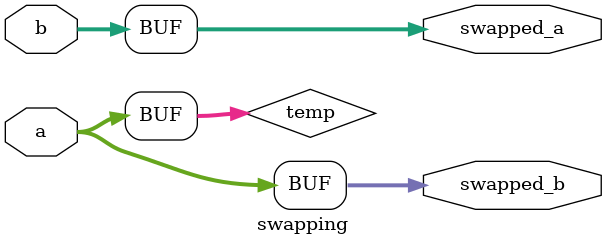
<source format=v>
module swapping(
  input [10:0] a ,b,
  output reg[10:0] swapped_a,swapped_b);
  reg [10:0]temp;
  
  always @(*) begin
    temp=a;
    swapped_a = b;
    swapped_b = temp;
  end
endmodule

</source>
